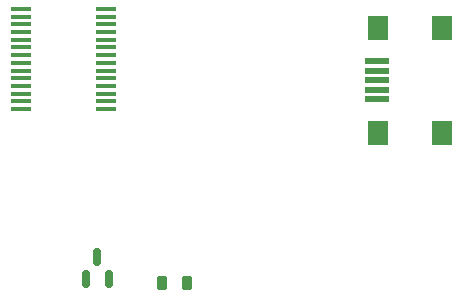
<source format=gbr>
%TF.GenerationSoftware,KiCad,Pcbnew,(6.0.6)*%
%TF.CreationDate,2022-08-30T12:21:22+02:00*%
%TF.ProjectId,Z80AllInOne,5a383041-6c6c-4496-9e4f-6e652e6b6963,rev?*%
%TF.SameCoordinates,Original*%
%TF.FileFunction,Paste,Top*%
%TF.FilePolarity,Positive*%
%FSLAX46Y46*%
G04 Gerber Fmt 4.6, Leading zero omitted, Abs format (unit mm)*
G04 Created by KiCad (PCBNEW (6.0.6)) date 2022-08-30 12:21:22*
%MOMM*%
%LPD*%
G01*
G04 APERTURE LIST*
G04 Aperture macros list*
%AMRoundRect*
0 Rectangle with rounded corners*
0 $1 Rounding radius*
0 $2 $3 $4 $5 $6 $7 $8 $9 X,Y pos of 4 corners*
0 Add a 4 corners polygon primitive as box body*
4,1,4,$2,$3,$4,$5,$6,$7,$8,$9,$2,$3,0*
0 Add four circle primitives for the rounded corners*
1,1,$1+$1,$2,$3*
1,1,$1+$1,$4,$5*
1,1,$1+$1,$6,$7*
1,1,$1+$1,$8,$9*
0 Add four rect primitives between the rounded corners*
20,1,$1+$1,$2,$3,$4,$5,0*
20,1,$1+$1,$4,$5,$6,$7,0*
20,1,$1+$1,$6,$7,$8,$9,0*
20,1,$1+$1,$8,$9,$2,$3,0*%
G04 Aperture macros list end*
%ADD10R,2.000000X0.500000*%
%ADD11R,1.700000X2.000000*%
%ADD12R,1.750000X0.450000*%
%ADD13RoundRect,0.150000X0.150000X-0.587500X0.150000X0.587500X-0.150000X0.587500X-0.150000X-0.587500X0*%
%ADD14RoundRect,0.218750X0.218750X0.381250X-0.218750X0.381250X-0.218750X-0.381250X0.218750X-0.381250X0*%
G04 APERTURE END LIST*
D10*
%TO.C,J1*%
X394500000Y-129230000D03*
X394500000Y-128430000D03*
X394500000Y-127630000D03*
X394500000Y-126830000D03*
X394500000Y-126030000D03*
D11*
X400050000Y-132080000D03*
X394600000Y-123180000D03*
X394600000Y-132080000D03*
X400050000Y-123180000D03*
%TD*%
D12*
%TO.C,U6*%
X364412500Y-121605000D03*
X364412500Y-122255000D03*
X364412500Y-122905000D03*
X364412500Y-123555000D03*
X364412500Y-124205000D03*
X364412500Y-124855000D03*
X364412500Y-125505000D03*
X364412500Y-126155000D03*
X364412500Y-126805000D03*
X364412500Y-127455000D03*
X364412500Y-128105000D03*
X364412500Y-128755000D03*
X364412500Y-129405000D03*
X364412500Y-130055000D03*
X371612500Y-130055000D03*
X371612500Y-129405000D03*
X371612500Y-128755000D03*
X371612500Y-128105000D03*
X371612500Y-127455000D03*
X371612500Y-126805000D03*
X371612500Y-126155000D03*
X371612500Y-125505000D03*
X371612500Y-124855000D03*
X371612500Y-124205000D03*
X371612500Y-123555000D03*
X371612500Y-122905000D03*
X371612500Y-122255000D03*
X371612500Y-121605000D03*
%TD*%
D13*
%TO.C,Q1*%
X369890000Y-144447500D03*
X371790000Y-144447500D03*
X370840000Y-142572500D03*
%TD*%
D14*
%TO.C,FB1*%
X378460000Y-144780000D03*
X376335000Y-144780000D03*
%TD*%
M02*

</source>
